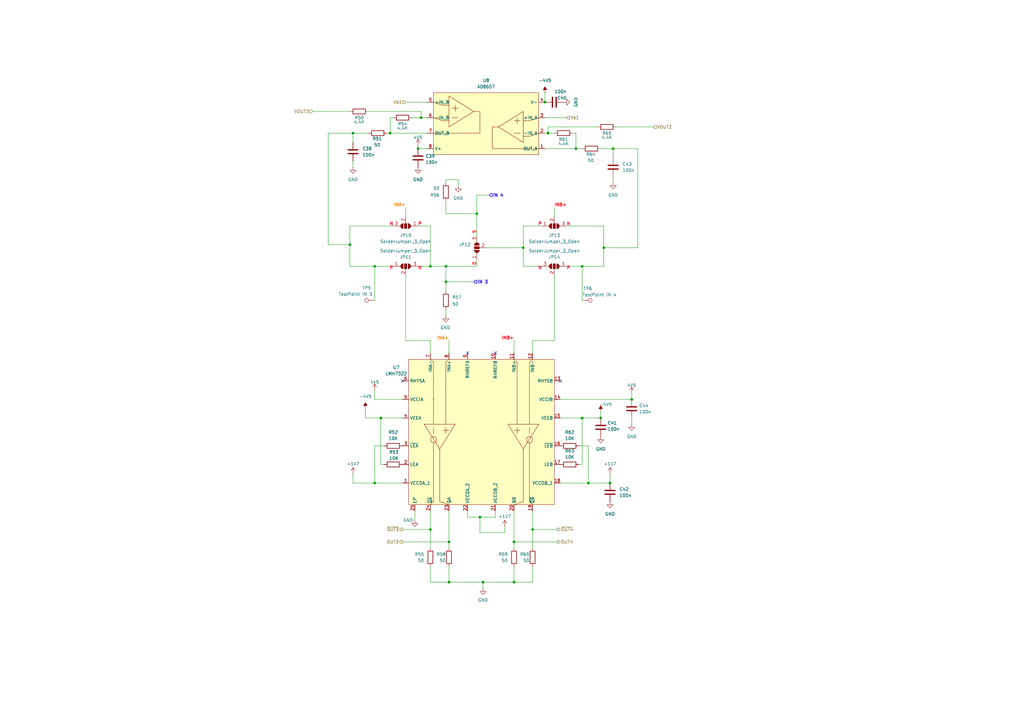
<source format=kicad_sch>
(kicad_sch (version 20231120) (generator "eeschema") (generator_version "8.0")
  (paper "A3")
  (lib_symbols
    (symbol "Connector:TestPoint" (pin_numbers hide) (pin_names (offset 0.762) hide)
      (property "Reference" "TP" (at 0 6.858 0))
      (property "Value" "TestPoint" (at 0 5.08 0))
      (symbol "TestPoint_0_1"
        (circle (center 0 3.302) (radius 0.762))
      )
      (symbol "TestPoint_1_1"
        (pin passive line (at 0 0 90) (length 2.54) (name "1") (number "1"))
      )
    )
    (symbol "Device:C" (pin_numbers hide) (pin_names (offset 0.254))
      (property "Reference" "C" (at 0.635 2.54 0))
      (property "Value" "C" (at 0.635 -2.54 0))
      (symbol "C_0_1"
        (polyline (pts (xy -2.032 -0.762) (xy 2.032 -0.762)) (stroke (width 0.508)))
        (polyline (pts (xy -2.032 0.762) (xy 2.032 0.762)) (stroke (width 0.508)))
      )
      (symbol "C_1_1"
        (pin passive line (at 0 3.81 270) (length 2.794) (name "~") (number "1"))
        (pin passive line (at 0 -3.81 90) (length 2.794) (name "~") (number "2"))
      )
    )
    (symbol "Device:R" (pin_numbers hide) (pin_names (offset 0))
      (property "Reference" "R" (at 2.032 0 90))
      (property "Value" "R" (at 0 0 90))
      (symbol "R_0_1"
        (rectangle (start -1.016 -2.54) (end 1.016 2.54) (stroke (width 0.254)))
      )
      (symbol "R_1_1"
        (pin passive line (at 0 3.81 270) (length 1.27) (name "~") (number "1"))
        (pin passive line (at 0 -3.81 90) (length 1.27) (name "~") (number "2"))
      )
    )
    (symbol "SolderJumper_3_Open_3" (pin_names (offset 0) hide) (exclude_from_sim yes) (in_bom no)
      (property "Reference" "JP" (at -2.54 -2.54 0))
      (property "Value" "SolderJumper_3_Open" (at 0 2.794 0))
      (symbol "SolderJumper_3_Open_3_0_1"
        (arc (start -1.016 1.016) (mid -2.0276 0) (end -1.016 -1.016))
        (arc (start -1.016 1.016) (mid -2.0276 0) (end -1.016 -1.016) (fill (type outline)))
        (rectangle (start -0.508 1.016) (end 0.508 -1.016) (fill (type outline)))
        (polyline (pts (xy -2.54 0) (xy -2.032 0)))
        (polyline (pts (xy -1.016 1.016) (xy -1.016 -1.016)))
        (polyline (pts (xy 0 -1.27) (xy 0 -1.016)))
        (polyline (pts (xy 1.016 1.016) (xy 1.016 -1.016)))
        (polyline (pts (xy 2.54 0) (xy 2.032 0)))
        (arc (start 1.016 -1.016) (mid 2.0276 0) (end 1.016 1.016))
        (arc (start 1.016 -1.016) (mid 2.0276 0) (end 1.016 1.016) (fill (type outline)))
      )
      (symbol "SolderJumper_3_Open_3_1_1"
        (pin passive line (at -5.08 0 0) (length 2.54) (name "A") (number "1"))
        (pin passive line (at 0 -3.81 90) (length 2.54) (name "C") (number "2"))
        (pin passive line (at 5.08 0 180) (length 2.54) (name "B") (number "3"))
      )
    )
    (symbol "power:+1V2" (power) (pin_numbers hide) (pin_names (offset 0) hide)
      (property "Value" "+1V2" (at 0 3.556 0))
      (symbol "+1V2_0_1"
        (polyline (pts (xy -0.762 1.27) (xy 0 2.54)))
        (polyline (pts (xy 0 0) (xy 0 2.54)))
        (polyline (pts (xy 0 2.54) (xy 0.762 1.27)))
      )
      (symbol "+1V2_1_1"
        (pin power_in line (at 0 0 90) (length 0) (name "~") (number "1"))
      )
    )
    (symbol "power:+8V" (power) (pin_numbers hide) (pin_names (offset 0) hide)
      (property "Value" "+8V" (at 0 3.556 0))
      (symbol "+8V_0_1"
        (polyline (pts (xy -0.762 1.27) (xy 0 2.54)))
        (polyline (pts (xy 0 0) (xy 0 2.54)))
        (polyline (pts (xy 0 2.54) (xy 0.762 1.27)))
      )
      (symbol "+8V_1_1"
        (pin power_in line (at 0 0 90) (length 0) (name "~") (number "1"))
      )
    )
    (symbol "power:-8V" (power) (pin_numbers hide) (pin_names (offset 0) hide)
      (property "Value" "-8V" (at 0 3.556 0))
      (symbol "-8V_0_0"
        (pin power_in line (at 0 0 90) (length 0) (name "~") (number "1"))
      )
      (symbol "-8V_0_1"
        (polyline (pts (xy 0 0) (xy 0 1.27) (xy 0.762 1.27) (xy 0 2.54) (xy -0.762 1.27) (xy 0 1.27)) (fill (type outline)))
      )
    )
    (symbol "power:GND" (power) (pin_numbers hide) (pin_names (offset 0) hide)
      (property "Value" "GND" (at 0 -3.81 0))
      (symbol "GND_0_1"
        (polyline (pts (xy 0 0) (xy 0 -1.27) (xy 1.27 -1.27) (xy 0 -2.54) (xy -1.27 -1.27) (xy 0 -1.27)))
      )
      (symbol "GND_1_1"
        (pin power_in line (at 0 0 270) (length 0) (name "~") (number "1"))
      )
    )
    (symbol "prova:AD8657"
      (property "Reference" "U" (at 9.906 3.556 0))
      (property "Value" "AD8657" (at 10.16 5.842 0))
      (symbol "AD8657_0_1"
        (polyline (pts (xy 12.7 17.78) (xy 12.7 20.32)))
        (polyline (pts (xy 13.97 19.05) (xy 16.51 19.05)))
        (polyline (pts (xy 13.97 24.13) (xy 16.51 24.13)))
        (polyline (pts (xy 15.24 20.32) (xy 15.24 17.78)))
        (polyline (pts (xy 16.51 19.05) (xy 16.51 19.05)))
        (polyline (pts (xy 36.83 17.78) (xy 36.83 17.78)))
        (polyline (pts (xy 39.37 13.97) (xy 41.91 13.97)))
        (polyline (pts (xy 39.37 17.78) (xy 41.91 17.78)))
        (polyline (pts (xy 40.64 15.24) (xy 40.64 12.7)))
      )
      (symbol "AD8657_1_1"
        (polyline (pts (xy 6.35 17.78) (xy 10.16 19.05)))
        (polyline (pts (xy 10.16 25.4) (xy 6.35 24.13)))
        (polyline (pts (xy 11.43 19.05) (xy 10.16 19.05)))
        (polyline (pts (xy 11.43 19.05) (xy 12.7 19.05)))
        (polyline (pts (xy 11.43 25.4) (xy 10.16 25.4)))
        (polyline (pts (xy 11.43 25.4) (xy 12.7 25.4)))
        (polyline (pts (xy 22.86 21.59) (xy 25.4 21.59) (xy 25.4 26.67)))
        (polyline (pts (xy 25.4 26.67) (xy 25.4 30.48) (xy 6.35 30.48)))
        (polyline (pts (xy 49.53 11.43) (xy 45.72 12.7) (xy 43.18 12.7)))
        (polyline (pts (xy 49.53 17.78) (xy 45.72 19.05) (xy 43.18 19.05)))
        (polyline (pts (xy 12.7 15.24) (xy 12.7 27.94) (xy 22.86 21.59) (xy 12.7 15.24)))
        (polyline (pts (xy 33.02 15.24) (xy 30.48 15.24) (xy 30.48 24.13) (xy 49.53 24.13)))
        (polyline (pts (xy 43.18 21.59) (xy 43.18 8.89) (xy 33.02 15.24) (xy 43.18 21.59)))
        (rectangle (start 6.35 33.02) (end 49.53 7.62) (fill (type background)))
        (pin output line (at 3.81 30.48 0) (length 2.54) (name "OUT_A") (number "1"))
        (pin input line (at 3.81 24.13 0) (length 2.54) (name "-IN_A") (number "2"))
        (pin input line (at 3.81 17.78 0) (length 2.54) (name "+IN_A") (number "3"))
        (pin input line (at 3.81 11.43 0) (length 2.54) (name "V-") (number "4"))
        (pin input line (at 52.07 11.43 180) (length 2.54) (name "+IN_B") (number "5"))
        (pin input line (at 52.07 17.78 180) (length 2.54) (name "-IN_B") (number "6"))
        (pin input line (at 52.07 24.13 180) (length 2.54) (name "OUT_B") (number "7"))
        (pin input line (at 52.07 30.48 180) (length 2.54) (name "V+") (number "8"))
      )
    )
    (symbol "prova:LMH7322"
      (property "Reference" "U" (at 11.684 8.89 0))
      (property "Value" "LMH7322" (at 20.32 16.51 0))
      (symbol "LMH7322_0_1"
        (circle (center -8.89 -5.08) (radius 0.0001))
        (circle (center -8.89 11.43) (radius 1.27))
        (polyline (pts (xy -8.89 -8.89) (xy -8.89 5.08)))
        (polyline (pts (xy -8.89 8.89) (xy -8.89 6.35)))
        (polyline (pts (xy -3.81 -8.89) (xy -3.81 5.08)))
        (polyline (pts (xy -3.81 8.89) (xy -3.81 6.35)))
        (polyline (pts (xy -2.54 7.62) (xy -5.08 7.62)))
        (polyline (pts (xy 25.4 8.89) (xy 25.4 6.35)))
        (polyline (pts (xy 26.67 7.62) (xy 24.13 7.62)))
        (polyline (pts (xy 30.48 -2.54) (xy 30.48 -2.54)))
        (polyline (pts (xy 30.48 8.89) (xy 30.48 6.35)))
        (polyline (pts (xy -8.89 -8.89) (xy -8.89 -20.32) (xy -10.16 -21.59)))
        (polyline (pts (xy -8.89 12.7) (xy -8.89 36.83) (xy -10.16 38.1)))
        (polyline (pts (xy -6.35 15.24) (xy -6.35 36.83) (xy -2.54 38.1)))
        (polyline (pts (xy -3.81 -8.89) (xy -3.81 -20.32) (xy -2.54 -21.59)))
        (polyline (pts (xy 27.94 15.24) (xy 27.94 36.83) (xy 24.13 38.1)))
        (polyline (pts (xy 30.48 12.7) (xy 30.48 36.83) (xy 31.75 38.1)))
        (circle (center 30.48 11.43) (radius 1.27))
      )
      (symbol "LMH7322_1_1"
        (rectangle (start -19.05 38.1) (end 40.64 -21.59) (fill (type background)))
        (polyline (pts (xy 0 5.08) (xy -12.7 5.08) (xy -6.35 15.24) (xy 0 5.08)))
        (polyline (pts (xy 24.13 -21.59) (xy 25.4 -20.32) (xy 25.4 -16.51) (xy 25.4 5.08)) (fill (type background)))
        (polyline (pts (xy 30.48 5.08) (xy 30.48 -16.51) (xy 30.48 -20.32) (xy 31.75 -21.59)) (fill (type background)))
        (polyline (pts (xy 34.29 5.08) (xy 21.59 5.08) (xy 27.94 15.24) (xy 34.29 5.08)) (fill (type background)))
        (pin input line (at -21.59 29.21 0) (length 2.54) (name "VCCOA_1") (number "1"))
        (pin input line (at 16.51 -24.13 90) (length 2.54) (name "RHREFB") (number "10"))
        (pin input line (at 24.13 -24.13 90) (length 2.54) (name "INB+") (number "11"))
        (pin input line (at 31.75 -24.13 90) (length 2.54) (name "INB-") (number "12"))
        (pin input line (at 43.18 -12.7 180) (length 2.54) (name "RHYSB") (number "13"))
        (pin input line (at 43.18 -5.08 180) (length 2.54) (name "VCCIB") (number "14"))
        (pin input line (at 43.18 2.54 180) (length 2.54) (name "VEEB") (number "15"))
        (pin input line (at 43.18 13.97 180) (length 2.54) (name "~{LEB}") (number "16"))
        (pin input line (at 43.18 21.59 180) (length 2.54) (name "LEB") (number "17"))
        (pin input line (at 43.18 29.21 180) (length 2.54) (name "VCCOB_1") (number "18"))
        (pin output line (at 31.75 40.64 270) (length 2.54) (name "~{QB}") (number "19"))
        (pin input line (at -21.59 21.59 0) (length 2.54) (name "LEA") (number "2"))
        (pin output line (at 24.13 40.64 270) (length 2.54) (name "QB") (number "20"))
        (pin input line (at 16.51 40.64 270) (length 2.54) (name "VCCOB_2") (number "21"))
        (pin input line (at 5.08 40.64 270) (length 2.54) (name "VCCOA_2") (number "22"))
        (pin output line (at -2.54 40.64 270) (length 2.54) (name "QA") (number "23"))
        (pin output line (at -10.16 40.64 270) (length 2.54) (name "~{QA}") (number "24"))
        (pin passive line (at -16.51 40.64 270) (length 2.54) (name "EP") (number "25"))
        (pin input line (at -21.59 13.97 0) (length 2.54) (name "~{LEA}") (number "3"))
        (pin input line (at -21.59 2.54 0) (length 2.54) (name "VEEA") (number "4"))
        (pin input line (at -21.59 -5.08 0) (length 2.54) (name "VCCIA") (number "5"))
        (pin input line (at -21.59 -12.7 0) (length 2.54) (name "RHYSA") (number "6"))
        (pin input line (at -10.16 -24.13 90) (length 2.54) (name "INA-") (number "7"))
        (pin input line (at -2.54 -24.13 90) (length 2.54) (name "INA+") (number "8"))
        (pin input line (at 5.08 -24.13 90) (length 2.54) (name "RHREFA") (number "9"))
      )
    )
  )
  (junction (at 210.82 222.25))
  (junction (at 160.02 54.61))
  (junction (at 198.12 238.76))
  (junction (at 241.3 198.12))
  (junction (at 196.85 212.09))
  (junction (at 238.76 109.22))
  (junction (at 210.82 238.76))
  (junction (at 250.19 198.12))
  (junction (at 251.46 60.96))
  (junction (at 176.53 217.17))
  (junction (at 171.45 60.96))
  (junction (at 223.52 41.91))
  (junction (at 218.44 217.17))
  (junction (at 143.51 100.33))
  (junction (at 184.15 238.76))
  (junction (at 238.76 171.45))
  (junction (at 214.63 101.6))
  (junction (at 144.78 54.61))
  (junction (at 182.88 109.22))
  (junction (at 224.79 54.61))
  (junction (at 176.53 109.22))
  (junction (at 236.22 60.96))
  (junction (at 259.08 163.83))
  (junction (at 182.88 115.57))
  (junction (at 184.15 222.25))
  (junction (at 156.21 171.45))
  (junction (at 195.58 87.63))
  (junction (at 153.67 109.22))
  (junction (at 153.67 198.12))
  (junction (at 172.72 48.26))
  (junction (at 246.38 171.45))
  (junction (at 247.65 101.6))
  (no_connect (at 165.1 156.21))
  (no_connect (at 191.77 144.78))
  (no_connect (at 229.87 156.21))
  (no_connect (at 203.2 144.78))
  (wire (pts (xy 250.19 198.12) (xy 241.3 198.12)))
  (wire (pts (xy 238.76 109.22) (xy 247.65 109.22)))
  (wire (pts (xy 237.49 182.88) (xy 241.3 182.88)))
  (wire (pts (xy 184.15 222.25) (xy 184.15 224.79)))
  (wire (pts (xy 182.88 127) (xy 182.88 129.54)))
  (wire (pts (xy 153.67 109.22) (xy 153.67 123.19)))
  (wire (pts (xy 182.88 115.57) (xy 194.31 115.57)))
  (wire (pts (xy 228.6 217.17) (xy 218.44 217.17)))
  (wire (pts (xy 165.1 198.12) (xy 153.67 198.12)))
  (wire (pts (xy 184.15 222.25) (xy 165.1 222.25)))
  (wire (pts (xy 229.87 163.83) (xy 259.08 163.83)))
  (wire (pts (xy 158.75 54.61) (xy 160.02 54.61)))
  (wire (pts (xy 199.39 101.6) (xy 214.63 101.6)))
  (wire (pts (xy 191.77 212.09) (xy 191.77 209.55)))
  (wire (pts (xy 182.88 119.38) (xy 182.88 115.57)))
  (wire (pts (xy 228.6 222.25) (xy 210.82 222.25)))
  (wire (pts (xy 218.44 238.76) (xy 210.82 238.76)))
  (wire (pts (xy 203.2 212.09) (xy 203.2 209.55)))
  (wire (pts (xy 241.3 198.12) (xy 229.87 198.12)))
  (wire (pts (xy 196.85 212.09) (xy 196.85 218.44)))
  (wire (pts (xy 182.88 73.66) (xy 187.96 73.66)))
  (wire (pts (xy 210.82 222.25) (xy 210.82 224.79)))
  (wire (pts (xy 176.53 209.55) (xy 176.53 217.17)))
  (wire (pts (xy 195.58 106.68) (xy 195.58 109.22)))
  (wire (pts (xy 236.22 54.61) (xy 236.22 60.96)))
  (wire (pts (xy 247.65 101.6) (xy 247.65 109.22)))
  (wire (pts (xy 184.15 209.55) (xy 184.15 222.25)))
  (wire (pts (xy 156.21 190.5) (xy 156.21 171.45)))
  (wire (pts (xy 153.67 198.12) (xy 144.78 198.12)))
  (wire (pts (xy 191.77 212.09) (xy 196.85 212.09)))
  (wire (pts (xy 156.21 171.45) (xy 149.86 171.45)))
  (wire (pts (xy 218.44 144.78) (xy 218.44 139.7)))
  (wire (pts (xy 207.01 215.9) (xy 207.01 218.44)))
  (wire (pts (xy 246.38 168.91) (xy 246.38 171.45)))
  (wire (pts (xy 176.53 92.71) (xy 176.53 109.22)))
  (wire (pts (xy 218.44 217.17) (xy 218.44 224.79)))
  (wire (pts (xy 218.44 232.41) (xy 218.44 238.76)))
  (wire (pts (xy 195.58 80.01) (xy 195.58 87.63)))
  (wire (pts (xy 176.53 109.22) (xy 171.45 109.22)))
  (wire (pts (xy 251.46 64.77) (xy 251.46 60.96)))
  (wire (pts (xy 223.52 60.96) (xy 236.22 60.96)))
  (wire (pts (xy 134.62 100.33) (xy 134.62 54.61)))
  (wire (pts (xy 182.88 82.55) (xy 182.88 87.63)))
  (wire (pts (xy 238.76 109.22) (xy 238.76 123.19)))
  (wire (pts (xy 144.78 58.42) (xy 144.78 54.61)))
  (wire (pts (xy 224.79 54.61) (xy 227.33 54.61)))
  (wire (pts (xy 198.12 238.76) (xy 198.12 241.3)))
  (wire (pts (xy 134.62 54.61) (xy 144.78 54.61)))
  (wire (pts (xy 176.53 144.78) (xy 176.53 139.7)))
  (wire (pts (xy 259.08 171.45) (xy 259.08 173.99)))
  (wire (pts (xy 149.86 167.64) (xy 149.86 171.45)))
  (wire (pts (xy 224.79 52.07) (xy 245.11 52.07)))
  (wire (pts (xy 182.88 109.22) (xy 176.53 109.22)))
  (wire (pts (xy 128.27 45.72) (xy 143.51 45.72)))
  (wire (pts (xy 160.02 54.61) (xy 160.02 48.26)))
  (wire (pts (xy 237.49 190.5) (xy 238.76 190.5)))
  (wire (pts (xy 144.78 194.31) (xy 144.78 198.12)))
  (wire (pts (xy 153.67 182.88) (xy 157.48 182.88)))
  (wire (pts (xy 246.38 60.96) (xy 251.46 60.96)))
  (wire (pts (xy 224.79 54.61) (xy 223.52 54.61)))
  (wire (pts (xy 170.18 209.55) (xy 170.18 213.36)))
  (wire (pts (xy 214.63 101.6) (xy 214.63 109.22)))
  (wire (pts (xy 267.97 52.07) (xy 252.73 52.07)))
  (wire (pts (xy 143.51 100.33) (xy 143.51 109.22)))
  (wire (pts (xy 176.53 217.17) (xy 176.53 224.79)))
  (wire (pts (xy 184.15 139.7) (xy 184.15 144.78)))
  (wire (pts (xy 261.62 60.96) (xy 251.46 60.96)))
  (wire (pts (xy 247.65 101.6) (xy 261.62 101.6)))
  (wire (pts (xy 171.45 59.69) (xy 171.45 60.96)))
  (wire (pts (xy 166.37 85.09) (xy 166.37 88.9)))
  (wire (pts (xy 196.85 218.44) (xy 207.01 218.44)))
  (wire (pts (xy 165.1 171.45) (xy 156.21 171.45)))
  (wire (pts (xy 195.58 87.63) (xy 195.58 96.52)))
  (wire (pts (xy 143.51 100.33) (xy 134.62 100.33)))
  (wire (pts (xy 210.82 209.55) (xy 210.82 222.25)))
  (wire (pts (xy 214.63 109.22) (xy 222.25 109.22)))
  (wire (pts (xy 166.37 41.91) (xy 175.26 41.91)))
  (wire (pts (xy 143.51 92.71) (xy 161.29 92.71)))
  (wire (pts (xy 153.67 182.88) (xy 153.67 198.12)))
  (wire (pts (xy 143.51 92.71) (xy 143.51 100.33)))
  (wire (pts (xy 210.82 232.41) (xy 210.82 238.76)))
  (wire (pts (xy 224.79 54.61) (xy 224.79 52.07)))
  (wire (pts (xy 241.3 182.88) (xy 241.3 198.12)))
  (wire (pts (xy 236.22 60.96) (xy 238.76 60.96)))
  (wire (pts (xy 196.85 212.09) (xy 203.2 212.09)))
  (wire (pts (xy 182.88 87.63) (xy 195.58 87.63)))
  (wire (pts (xy 195.58 109.22) (xy 182.88 109.22)))
  (wire (pts (xy 172.72 48.26) (xy 172.72 45.72)))
  (wire (pts (xy 227.33 85.09) (xy 227.33 88.9)))
  (wire (pts (xy 195.58 80.01) (xy 200.66 80.01)))
  (wire (pts (xy 222.25 92.71) (xy 214.63 92.71)))
  (wire (pts (xy 144.78 66.04) (xy 144.78 68.58)))
  (wire (pts (xy 250.19 194.31) (xy 250.19 198.12)))
  (wire (pts (xy 153.67 160.02) (xy 153.67 163.83)))
  (wire (pts (xy 247.65 92.71) (xy 247.65 101.6)))
  (wire (pts (xy 182.88 73.66) (xy 182.88 74.93)))
  (wire (pts (xy 261.62 101.6) (xy 261.62 60.96)))
  (wire (pts (xy 157.48 190.5) (xy 156.21 190.5)))
  (wire (pts (xy 259.08 161.29) (xy 259.08 163.83)))
  (wire (pts (xy 232.41 92.71) (xy 247.65 92.71)))
  (wire (pts (xy 176.53 217.17) (xy 165.1 217.17)))
  (wire (pts (xy 223.52 38.1) (xy 223.52 41.91)))
  (wire (pts (xy 234.95 54.61) (xy 236.22 54.61)))
  (wire (pts (xy 184.15 238.76) (xy 176.53 238.76)))
  (wire (pts (xy 153.67 163.83) (xy 165.1 163.83)))
  (wire (pts (xy 214.63 92.71) (xy 214.63 101.6)))
  (wire (pts (xy 153.67 109.22) (xy 161.29 109.22)))
  (wire (pts (xy 166.37 113.03) (xy 166.37 139.7)))
  (wire (pts (xy 187.96 73.66) (xy 187.96 76.2)))
  (wire (pts (xy 176.53 232.41) (xy 176.53 238.76)))
  (wire (pts (xy 168.91 48.26) (xy 172.72 48.26)))
  (wire (pts (xy 229.87 171.45) (xy 238.76 171.45)))
  (wire (pts (xy 232.41 109.22) (xy 238.76 109.22)))
  (wire (pts (xy 175.26 60.96) (xy 171.45 60.96)))
  (wire (pts (xy 198.12 238.76) (xy 184.15 238.76)))
  (wire (pts (xy 210.82 238.76) (xy 198.12 238.76)))
  (wire (pts (xy 160.02 54.61) (xy 175.26 54.61)))
  (wire (pts (xy 227.33 113.03) (xy 227.33 139.7)))
  (wire (pts (xy 151.13 45.72) (xy 172.72 45.72)))
  (wire (pts (xy 184.15 232.41) (xy 184.15 238.76)))
  (wire (pts (xy 218.44 209.55) (xy 218.44 217.17)))
  (wire (pts (xy 144.78 54.61) (xy 151.13 54.61)))
  (wire (pts (xy 218.44 139.7) (xy 227.33 139.7)))
  (wire (pts (xy 238.76 190.5) (xy 238.76 171.45)))
  (wire (pts (xy 143.51 109.22) (xy 153.67 109.22)))
  (wire (pts (xy 251.46 72.39) (xy 251.46 74.93)))
  (wire (pts (xy 223.52 48.26) (xy 232.41 48.26)))
  (wire (pts (xy 171.45 92.71) (xy 176.53 92.71)))
  (wire (pts (xy 172.72 48.26) (xy 175.26 48.26)))
  (wire (pts (xy 176.53 139.7) (xy 166.37 139.7)))
  (wire (pts (xy 210.82 139.7) (xy 210.82 144.78)))
  (wire (pts (xy 182.88 109.22) (xy 182.88 115.57)))
  (wire (pts (xy 160.02 48.26) (xy 161.29 48.26)))
  (wire (pts (xy 246.38 171.45) (xy 238.76 171.45)))
  (text "P\n" (at 160.528 109.982 0) (effects (font (size 1.27 1.27) (thickness 0.254) (bold yes))))
  (text "P\n" (at 172.212 91.948 0) (effects (font (size 1.27 1.27) (thickness 0.254) (bold yes))))
  (text "S" (at 194.564 95.25 90) (effects (font (size 1.27 1.27) (thickness 0.254) (bold yes))))
  (text "N" (at 160.528 91.948 0) (effects (font (size 1.27 1.27) (thickness 0.254) (bold yes))))
  (text "D" (at 194.564 108.204 90) (effects (font (size 1.27 1.27) (thickness 0.254) (bold yes))))
  (text "N" (at 172.212 109.982 0) (effects (font (size 1.27 1.27) (thickness 0.254) (bold yes))))
  (text "P\n" (at 233.172 109.982 0) (effects (font (size 1.27 1.27) (thickness 0.254) (bold yes))))
  (text "N" (at 221.488 109.982 0) (effects (font (size 1.27 1.27) (thickness 0.254) (bold yes))))
  (text "N" (at 233.172 91.948 0) (effects (font (size 1.27 1.27) (thickness 0.254) (bold yes))))
  (text "P\n" (at 221.488 91.948 0) (effects (font (size 1.27 1.27) (thickness 0.254) (bold yes))))
  (label "INB+" (at 210.82 139.7 180) (effects (font (thickness 0.254) (bold yes))))
  (label "INB+" (at 227.33 85.09 0) (effects (font (thickness 0.254) (bold yes))))
  (label "INA+" (at 184.15 139.7 180) (effects (font (thickness 0.254) (bold yes))))
  (label "INA+" (at 166.37 85.09 180) (effects (font (thickness 0.254) (bold yes))))
  (hierarchical_label "VOUT3" (shape input) (at 128.27 45.72 180))
  (hierarchical_label "IN 4" (shape input) (at 200.66 80.01 0) (effects (font (thickness 0.254) (bold yes))))
  (hierarchical_label "IN 3" (shape input) (at 194.31 115.57 0) (effects (font (thickness 0.254) (bold yes))))
  (hierarchical_label "Vb1" (shape input) (at 166.37 41.91 180))
  (hierarchical_label "OUT4" (shape output) (at 228.6 222.25 0))
  (hierarchical_label "~{OUT3}" (shape output) (at 165.1 217.17 180))
  (hierarchical_label "Vb1" (shape input) (at 232.41 48.26 0))
  (hierarchical_label "OUT3" (shape output) (at 165.1 222.25 180))
  (hierarchical_label "VOUT2" (shape input) (at 267.97 52.07 0))
  (hierarchical_label "~{OUT4}" (shape output) (at 228.6 217.17 0))
  (symbol (lib_id "Device:R") (at 182.88 78.74 0) (unit 1)
    (property "Reference" "R56" (at 180.34 80.0101 0) (effects (justify right)))
    (property "Value" "50" (at 180.34 77.216 0) (effects (justify right)))
    (property "Footprint" "Resistor_SMD:R_0603_1608Metric_Pad0.98x0.95mm_HandSolder" (effects (hide yes)))
    (property "Description" "Resistor" (effects (hide yes)))
  )
  (symbol (lib_id "power:GND") (at 170.18 213.36 0) (mirror y) (unit 1)
    (property "Reference" "#PWR091" (effects (hide yes)))
    (property "Value" "GND" (at 167.386 213.36 0))
    (property "Description" "Power symbol creates a global label with name \"GND\" , ground" (effects (hide yes)))
  )
  (symbol (lib_id "Device:C") (at 144.78 62.23 0) (unit 1)
    (property "Reference" "C38" (at 148.59 60.9599 0) (effects (justify left)))
    (property "Value" "100n" (at 148.59 63.4999 0) (effects (justify left)))
    (property "Footprint" "Capacitor_SMD:C_0603_1608Metric_Pad1.08x0.95mm_HandSolder" (effects (hide yes)))
    (property "Description" "Unpolarized capacitor" (effects (hide yes)))
  )
  (symbol (lib_id "power:GND") (at 198.12 241.3 0) (mirror y) (unit 1)
    (property "Reference" "#PWR096" (effects (hide yes)))
    (property "Value" "GND" (at 198.12 246.126 0))
    (property "Description" "Power symbol creates a global label with name \"GND\" , ground" (effects (hide yes)))
  )
  (symbol (lib_name "SolderJumper_3_Open_3") (lib_id "Jumper:SolderJumper_3_Open") (at 195.58 101.6 90) (unit 1) (exclude_from_sim yes) (in_bom no)
    (property "Reference" "JP12" (at 193.04 100.3299 90) (effects (justify left)))
    (property "Value" "SolderJumper_3_Open" (effects (hide yes)))
    (property "Footprint" "Jumper:SolderJumper-3_P1.3mm_Open_RoundedPad1.0x1.5mm_NumberLabels" (effects (hide yes)))
    (property "Description" "Solder Jumper, 3-pole, open" (effects (hide yes)))
  )
  (symbol (lib_id "power:GND") (at 246.38 179.07 0) (unit 1)
    (property "Reference" "#PWR0102" (effects (hide yes)))
    (property "Value" "GND" (at 246.38 184.15 0))
    (property "Description" "Power symbol creates a global label with name \"GND\" , ground" (effects (hide yes)))
  )
  (symbol (lib_id "Device:R") (at 210.82 228.6 0) (mirror y) (unit 1)
    (property "Reference" "R59" (at 208.28 227.3299 0) (effects (justify left)))
    (property "Value" "50" (at 208.28 229.8699 0) (effects (justify left)))
    (property "Footprint" "Resistor_SMD:R_0603_1608Metric_Pad0.98x0.95mm_HandSolder" (effects (hide yes)))
    (property "Description" "Resistor" (effects (hide yes)))
  )
  (symbol (lib_id "Device:R") (at 233.68 182.88 270) (mirror x) (unit 1)
    (property "Reference" "R62" (at 233.68 177.292 90))
    (property "Value" "10K" (at 233.68 179.832 90))
    (property "Footprint" "Resistor_SMD:R_0603_1608Metric_Pad0.98x0.95mm_HandSolder" (effects (hide yes)))
    (property "Description" "Resistor" (effects (hide yes)))
  )
  (symbol (lib_id "Device:R") (at 161.29 182.88 270) (mirror x) (unit 1)
    (property "Reference" "R52" (at 161.29 177.292 90))
    (property "Value" "10K" (at 161.29 179.832 90))
    (property "Footprint" "Resistor_SMD:R_0603_1608Metric_Pad0.98x0.95mm_HandSolder" (effects (hide yes)))
    (property "Description" "Resistor" (effects (hide yes)))
  )
  (symbol (lib_id "Device:R") (at 231.14 54.61 270) (unit 1)
    (property "Reference" "R61" (at 231.14 57.15 90))
    (property "Value" "4.4K" (at 231.14 58.928 90))
    (property "Footprint" "Resistor_SMD:R_0603_1608Metric_Pad0.98x0.95mm_HandSolder" (effects (hide yes)))
    (property "Description" "Resistor" (effects (hide yes)))
  )
  (symbol (lib_id "Device:C") (at 227.33 41.91 90) (unit 1)
    (property "Reference" "C40" (at 232.41 40.132 90) (effects (justify left)))
    (property "Value" "100n" (at 232.41 37.592 90) (effects (justify left)))
    (property "Footprint" "Capacitor_SMD:C_0603_1608Metric_Pad1.08x0.95mm_HandSolder" (effects (hide yes)))
    (property "Description" "Unpolarized capacitor" (effects (hide yes)))
  )
  (symbol (lib_id "Device:R") (at 184.15 228.6 0) (mirror y) (unit 1)
    (property "Reference" "R58" (at 182.88 227.33 0) (effects (justify left)))
    (property "Value" "50" (at 182.88 229.87 0) (effects (justify left)))
    (property "Footprint" "Resistor_SMD:R_0603_1608Metric_Pad0.98x0.95mm_HandSolder" (effects (hide yes)))
    (property "Description" "Resistor" (effects (hide yes)))
  )
  (symbol (lib_id "Device:R") (at 165.1 48.26 270) (unit 1)
    (property "Reference" "R54" (at 165.1 50.8 90))
    (property "Value" "4.4K" (at 165.1 52.578 90))
    (property "Footprint" "Resistor_SMD:R_0603_1608Metric_Pad0.98x0.95mm_HandSolder" (effects (hide yes)))
    (property "Description" "Resistor" (effects (hide yes)))
  )
  (symbol (lib_id "Device:R") (at 154.94 54.61 90) (unit 1)
    (property "Reference" "R51" (at 154.686 56.896 90))
    (property "Value" "50" (at 154.686 59.436 90))
    (property "Footprint" "Resistor_SMD:R_0603_1608Metric_Pad0.98x0.95mm_HandSolder" (effects (hide yes)))
    (property "Description" "Resistor" (effects (hide yes)))
  )
  (symbol (lib_id "Device:R") (at 176.53 228.6 0) (mirror y) (unit 1)
    (property "Reference" "R55" (at 173.99 227.3299 0) (effects (justify left)))
    (property "Value" "50" (at 173.99 229.8699 0) (effects (justify left)))
    (property "Footprint" "Resistor_SMD:R_0603_1608Metric_Pad0.98x0.95mm_HandSolder" (effects (hide yes)))
    (property "Description" "Resistor" (effects (hide yes)))
  )
  (symbol (lib_name "SolderJumper_3_Open_3") (lib_id "Jumper:SolderJumper_3_Open") (at 166.37 109.22 0) (unit 1) (exclude_from_sim yes) (in_bom no)
    (property "Reference" "JP11" (at 166.37 105.41 0))
    (property "Value" "SolderJumper_3_Open" (at 166.37 102.87 0))
    (property "Footprint" "Jumper:SolderJumper-3_P1.3mm_Open_RoundedPad1.0x1.5mm_NumberLabels" (effects (hide yes)))
    (property "Description" "Solder Jumper, 3-pole, open" (effects (hide yes)))
  )
  (symbol (lib_id "Device:C") (at 250.19 201.93 0) (unit 1)
    (property "Reference" "C42" (at 254 200.6599 0) (effects (justify left)))
    (property "Value" "100n" (at 254 203.1999 0) (effects (justify left)))
    (property "Footprint" "Capacitor_SMD:C_0603_1608Metric_Pad1.08x0.95mm_HandSolder" (effects (hide yes)))
    (property "Description" "Unpolarized capacitor" (effects (hide yes)))
  )
  (symbol (lib_id "power:+8V") (at 259.08 161.29 0) (mirror y) (unit 1)
    (property "Reference" "#PWR0100" (effects (hide yes)))
    (property "Value" "4V5" (at 259.08 157.988 0))
    (property "Description" "Power symbol creates a global label with name \"+8V\"" (effects (hide yes)))
  )
  (symbol (lib_id "Device:R") (at 161.29 190.5 270) (mirror x) (unit 1)
    (property "Reference" "R53" (at 161.544 185.42 90))
    (property "Value" "10K" (at 161.544 187.96 90))
    (property "Footprint" "Resistor_SMD:R_0603_1608Metric_Pad0.98x0.95mm_HandSolder" (effects (hide yes)))
    (property "Description" "Resistor" (effects (hide yes)))
  )
  (symbol (lib_id "prova:LMH7322") (at 186.69 168.91 0) (mirror x) (unit 1)
    (property "Reference" "U7" (at 162.56 150.7138 0))
    (property "Value" "LMH7322" (at 162.56 153.2538 0))
    (property "Footprint" "SamacSys_Parts:QFN50P400X400X80-25N" (effects (hide yes)))
  )
  (symbol (lib_id "power:GND") (at 231.14 41.91 90) (unit 1)
    (property "Reference" "#PWR099" (effects (hide yes)))
    (property "Value" "GND" (at 236.22 41.91 0))
    (property "Description" "Power symbol creates a global label with name \"GND\" , ground" (effects (hide yes)))
  )
  (symbol (lib_id "Device:R") (at 242.57 60.96 90) (unit 1)
    (property "Reference" "R64" (at 242.316 63.246 90))
    (property "Value" "50" (at 242.316 65.786 90))
    (property "Footprint" "Resistor_SMD:R_0603_1608Metric_Pad0.98x0.95mm_HandSolder" (effects (hide yes)))
    (property "Description" "Resistor" (effects (hide yes)))
  )
  (symbol (lib_id "power:-8V") (at 223.52 38.1 0) (unit 1)
    (property "Reference" "#PWR098" (effects (hide yes)))
    (property "Value" "-4V5" (at 223.52 33.02 0))
    (property "Description" "Power symbol creates a global label with name \"-8V\"" (effects (hide yes)))
  )
  (symbol (lib_id "Device:C") (at 171.45 64.77 0) (unit 1)
    (property "Reference" "C39" (at 174.498 64.008 0) (effects (justify left)))
    (property "Value" "100n" (at 174.498 66.548 0) (effects (justify left)))
    (property "Footprint" "Capacitor_SMD:C_0603_1608Metric_Pad1.08x0.95mm_HandSolder" (effects (hide yes)))
    (property "Description" "Unpolarized capacitor" (effects (hide yes)))
  )
  (symbol (lib_id "Device:R") (at 248.92 52.07 270) (unit 1)
    (property "Reference" "R65" (at 248.92 54.61 90))
    (property "Value" "4.4K" (at 248.92 56.388 90))
    (property "Footprint" "Resistor_SMD:R_0603_1608Metric_Pad0.98x0.95mm_HandSolder" (effects (hide yes)))
    (property "Description" "Resistor" (effects (hide yes)))
  )
  (symbol (lib_id "prova:AD8657") (at 227.33 30.48 180) (unit 1)
    (property "Reference" "U8" (at 199.39 33.02 0))
    (property "Value" "AD8657" (at 199.39 35.56 0))
    (property "Footprint" "SamacSys_Parts:SOP65P490X110-8N" (effects (hide yes)))
  )
  (symbol (lib_id "Device:C") (at 251.46 68.58 0) (unit 1)
    (property "Reference" "C43" (at 255.27 67.3099 0) (effects (justify left)))
    (property "Value" "100n" (at 255.27 69.8499 0) (effects (justify left)))
    (property "Footprint" "Capacitor_SMD:C_0603_1608Metric_Pad1.08x0.95mm_HandSolder" (effects (hide yes)))
    (property "Description" "Unpolarized capacitor" (effects (hide yes)))
  )
  (symbol (lib_id "Connector:TestPoint") (at 153.67 123.19 90) (unit 1)
    (property "Reference" "TP5" (at 150.368 118.11 90))
    (property "Value" "TestPoint IN 3" (at 145.796 120.65 90))
    (property "Footprint" "TestPoint:TestPoint_Pad_D1.0mm" (effects (hide yes)))
    (property "Description" "test point" (effects (hide yes)))
  )
  (symbol (lib_id "power:+8V") (at 153.67 160.02 0) (mirror y) (unit 1)
    (property "Reference" "#PWR090" (effects (hide yes)))
    (property "Value" "4V5" (at 153.67 156.718 0))
    (property "Description" "Power symbol creates a global label with name \"+8V\"" (effects (hide yes)))
  )
  (symbol (lib_id "power:GND") (at 250.19 205.74 0) (unit 1)
    (property "Reference" "#PWR0104" (effects (hide yes)))
    (property "Value" "GND" (at 250.19 210.82 0))
    (property "Description" "Power symbol creates a global label with name \"GND\" , ground" (effects (hide yes)))
  )
  (symbol (lib_id "power:+1V2") (at 144.78 194.31 0) (mirror y) (unit 1)
    (property "Reference" "#PWR088" (effects (hide yes)))
    (property "Value" "+1V7" (at 144.78 190.246 0))
    (property "Description" "Power symbol creates a global label with name \"+1V2\"" (effects (hide yes)))
  )
  (symbol (lib_name "SolderJumper_3_Open_3") (lib_id "Jumper:SolderJumper_3_Open") (at 166.37 92.71 180) (unit 1) (exclude_from_sim yes) (in_bom no)
    (property "Reference" "JP10" (at 166.37 96.52 0))
    (property "Value" "SolderJumper_3_Open" (at 166.37 99.06 0))
    (property "Footprint" "Jumper:SolderJumper-3_P1.3mm_Open_RoundedPad1.0x1.5mm_NumberLabels" (effects (hide yes)))
    (property "Description" "Solder Jumper, 3-pole, open" (effects (hide yes)))
  )
  (symbol (lib_id "Device:C") (at 259.08 167.64 0) (unit 1)
    (property "Reference" "C44" (at 262.128 166.37 0) (effects (justify left)))
    (property "Value" "100n" (at 262.128 168.91 0) (effects (justify left)))
    (property "Footprint" "Capacitor_SMD:C_0603_1608Metric_Pad1.08x0.95mm_HandSolder" (effects (hide yes)))
    (property "Description" "Unpolarized capacitor" (effects (hide yes)))
  )
  (symbol (lib_id "Device:R") (at 218.44 228.6 0) (mirror y) (unit 1)
    (property "Reference" "R60" (at 217.17 227.33 0) (effects (justify left)))
    (property "Value" "50" (at 217.17 229.87 0) (effects (justify left)))
    (property "Footprint" "Resistor_SMD:R_0603_1608Metric_Pad0.98x0.95mm_HandSolder" (effects (hide yes)))
    (property "Description" "Resistor" (effects (hide yes)))
  )
  (symbol (lib_id "power:+1V2") (at 250.19 194.31 0) (mirror y) (unit 1)
    (property "Reference" "#PWR0103" (effects (hide yes)))
    (property "Value" "+1V7" (at 250.19 190.246 0))
    (property "Description" "Power symbol creates a global label with name \"+1V2\"" (effects (hide yes)))
  )
  (symbol (lib_id "power:-8V") (at 246.38 168.91 0) (mirror y) (unit 1)
    (property "Reference" "#PWR0101" (effects (hide yes)))
    (property "Value" "-4V5" (at 248.412 165.862 0))
    (property "Description" "Power symbol creates a global label with name \"-8V\"" (effects (hide yes)))
  )
  (symbol (lib_id "power:-8V") (at 149.86 167.64 0) (mirror y) (unit 1)
    (property "Reference" "#PWR089" (effects (hide yes)))
    (property "Value" "-4V5" (at 149.86 162.56 0))
    (property "Description" "Power symbol creates a global label with name \"-8V\"" (effects (hide yes)))
  )
  (symbol (lib_id "power:GND") (at 182.88 129.54 0) (unit 1)
    (property "Reference" "#PWR094" (effects (hide yes)))
    (property "Value" "GND" (at 182.626 134.366 0))
    (property "Description" "Power symbol creates a global label with name \"GND\" , ground" (effects (hide yes)))
  )
  (symbol (lib_id "power:+8V") (at 171.45 59.69 0) (unit 1)
    (property "Reference" "#PWR092" (effects (hide yes)))
    (property "Value" "4V5" (at 171.45 56.388 0))
    (property "Description" "Power symbol creates a global label with name \"+8V\"" (effects (hide yes)))
  )
  (symbol (lib_id "power:GND") (at 171.45 68.58 0) (unit 1)
    (property "Reference" "#PWR093" (effects (hide yes)))
    (property "Value" "GND" (at 171.45 73.66 0))
    (property "Description" "Power symbol creates a global label with name \"GND\" , ground" (effects (hide yes)))
  )
  (symbol (lib_name "SolderJumper_3_Open_3") (lib_id "Jumper:SolderJumper_3_Open") (at 227.33 109.22 0) (mirror y) (unit 1) (exclude_from_sim yes) (in_bom no)
    (property "Reference" "JP14" (at 227.33 105.41 0))
    (property "Value" "SolderJumper_3_Open" (at 227.33 102.87 0))
    (property "Footprint" "Jumper:SolderJumper-3_P1.3mm_Open_RoundedPad1.0x1.5mm_NumberLabels" (effects (hide yes)))
    (property "Description" "Solder Jumper, 3-pole, open" (effects (hide yes)))
  )
  (symbol (lib_id "Connector:TestPoint") (at 238.76 123.19 270) (unit 1)
    (property "Reference" "TP6" (at 241.046 118.364 90))
    (property "Value" "TestPoint IN 4" (at 245.872 120.904 90))
    (property "Footprint" "TestPoint:TestPoint_Pad_D1.0mm" (effects (hide yes)))
    (property "Description" "test point" (effects (hide yes)))
  )
  (symbol (lib_id "power:+1V2") (at 207.01 215.9 0) (mirror y) (unit 1)
    (property "Reference" "#PWR097" (effects (hide yes)))
    (property "Value" "+1V7" (at 207.01 211.836 0))
    (property "Description" "Power symbol creates a global label with name \"+1V2\"" (effects (hide yes)))
  )
  (symbol (lib_id "power:GND") (at 259.08 173.99 0) (unit 1)
    (property "Reference" "#PWR0106" (effects (hide yes)))
    (property "Value" "GND" (at 259.08 179.07 0))
    (property "Description" "Power symbol creates a global label with name \"GND\" , ground" (effects (hide yes)))
  )
  (symbol (lib_id "Device:C") (at 246.38 175.26 0) (unit 1)
    (property "Reference" "C41" (at 249.174 173.482 0) (effects (justify left)))
    (property "Value" "100n" (at 249.174 176.022 0) (effects (justify left)))
    (property "Footprint" "Capacitor_SMD:C_0603_1608Metric_Pad1.08x0.95mm_HandSolder" (effects (hide yes)))
    (property "Description" "Unpolarized capacitor" (effects (hide yes)))
  )
  (symbol (lib_id "Device:R") (at 233.68 190.5 270) (mirror x) (unit 1)
    (property "Reference" "R63" (at 233.68 184.912 90))
    (property "Value" "10K" (at 233.68 187.452 90))
    (property "Footprint" "Resistor_SMD:R_0603_1608Metric_Pad0.98x0.95mm_HandSolder" (effects (hide yes)))
    (property "Description" "Resistor" (effects (hide yes)))
  )
  (symbol (lib_id "power:GND") (at 187.96 76.2 0) (unit 1)
    (property "Reference" "#PWR095" (effects (hide yes)))
    (property "Value" "GND" (at 187.96 81.28 0))
    (property "Description" "Power symbol creates a global label with name \"GND\" , ground" (effects (hide yes)))
  )
  (symbol (lib_id "Device:R") (at 182.88 123.19 180) (unit 1)
    (property "Reference" "R57" (at 185.42 121.9199 0) (effects (justify right)))
    (property "Value" "50" (at 185.42 124.714 0) (effects (justify right)))
    (property "Footprint" "Resistor_SMD:R_0603_1608Metric_Pad0.98x0.95mm_HandSolder" (effects (hide yes)))
    (property "Description" "Resistor" (effects (hide yes)))
  )
  (symbol (lib_name "SolderJumper_3_Open_3") (lib_id "Jumper:SolderJumper_3_Open") (at 227.33 92.71 0) (mirror x) (unit 1) (exclude_from_sim yes) (in_bom no)
    (property "Reference" "JP13" (at 227.33 96.52 0))
    (property "Value" "SolderJumper_3_Open" (at 227.33 99.06 0))
    (property "Footprint" "Jumper:SolderJumper-3_P1.3mm_Open_RoundedPad1.0x1.5mm_NumberLabels" (effects (hide yes)))
    (property "Description" "Solder Jumper, 3-pole, open" (effects (hide yes)))
  )
  (symbol (lib_id "power:GND") (at 251.46 74.93 0) (unit 1)
    (property "Reference" "#PWR0105" (effects (hide yes)))
    (property "Value" "GND" (at 251.46 80.01 0))
    (property "Description" "Power symbol creates a global label with name \"GND\" , ground" (effects (hide yes)))
  )
  (symbol (lib_id "power:GND") (at 144.78 68.58 0) (unit 1)
    (property "Reference" "#PWR087" (effects (hide yes)))
    (property "Value" "GND" (at 144.78 73.66 0))
    (property "Description" "Power symbol creates a global label with name \"GND\" , ground" (effects (hide yes)))
  )
  (symbol (lib_id "Device:R") (at 147.32 45.72 270) (unit 1)
    (property "Reference" "R50" (at 147.32 48.26 90))
    (property "Value" "4.4K" (at 147.32 50.038 90))
    (property "Footprint" "Resistor_SMD:R_0603_1608Metric_Pad0.98x0.95mm_HandSolder" (effects (hide yes)))
    (property "Description" "Resistor" (effects (hide yes)))
  )
)
</source>
